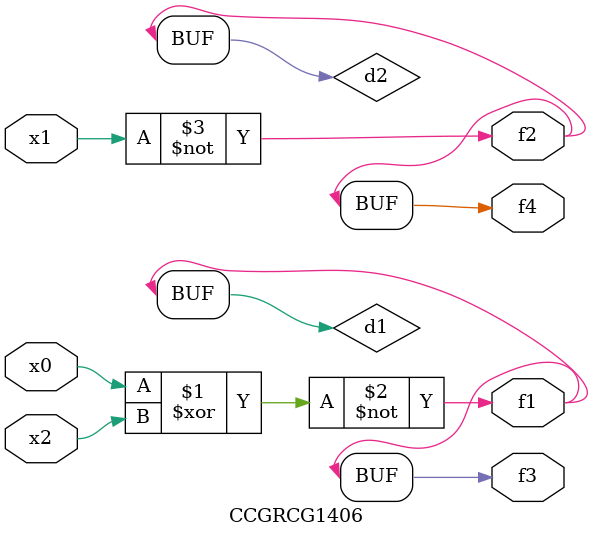
<source format=v>
module CCGRCG1406(
	input x0, x1, x2,
	output f1, f2, f3, f4
);

	wire d1, d2, d3;

	xnor (d1, x0, x2);
	nand (d2, x1);
	nor (d3, x1, x2);
	assign f1 = d1;
	assign f2 = d2;
	assign f3 = d1;
	assign f4 = d2;
endmodule

</source>
